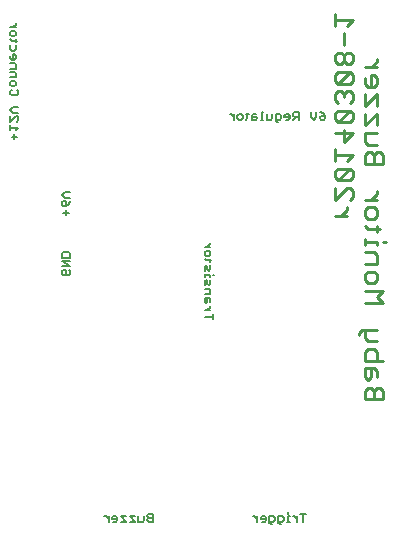
<source format=gbo>
G75*
G70*
%OFA0B0*%
%FSLAX24Y24*%
%IPPOS*%
%LPD*%
%AMOC8*
5,1,8,0,0,1.08239X$1,22.5*
%
%ADD10C,0.0110*%
%ADD11C,0.0050*%
D10*
X011855Y011572D02*
X012249Y011572D01*
X012052Y011572D02*
X012249Y011769D01*
X012249Y011868D01*
X012347Y012109D02*
X012446Y012208D01*
X012446Y012405D01*
X012347Y012503D01*
X012249Y012503D01*
X011855Y012109D01*
X011855Y012503D01*
X011953Y012754D02*
X012347Y013148D01*
X011953Y013148D01*
X011855Y013049D01*
X011855Y012852D01*
X011953Y012754D01*
X012347Y012754D01*
X012446Y012852D01*
X012446Y013049D01*
X012347Y013148D01*
X012249Y013399D02*
X012446Y013595D01*
X011855Y013595D01*
X011855Y013399D02*
X011855Y013792D01*
X012150Y014043D02*
X012150Y014437D01*
X011953Y014688D02*
X012347Y015081D01*
X011953Y015081D01*
X011855Y014983D01*
X011855Y014786D01*
X011953Y014688D01*
X012347Y014688D01*
X012446Y014786D01*
X012446Y014983D01*
X012347Y015081D01*
X012347Y015332D02*
X012446Y015431D01*
X012446Y015627D01*
X012347Y015726D01*
X012249Y015726D01*
X012150Y015627D01*
X012052Y015726D01*
X011953Y015726D01*
X011855Y015627D01*
X011855Y015431D01*
X011953Y015332D01*
X012150Y015529D02*
X012150Y015627D01*
X011953Y015977D02*
X011855Y016075D01*
X011855Y016272D01*
X011953Y016370D01*
X012347Y016370D01*
X011953Y015977D01*
X012347Y015977D01*
X012446Y016075D01*
X012446Y016272D01*
X012347Y016370D01*
X012347Y016621D02*
X012249Y016621D01*
X012150Y016720D01*
X012150Y016917D01*
X012052Y017015D01*
X011953Y017015D01*
X011855Y016917D01*
X011855Y016720D01*
X011953Y016621D01*
X012052Y016621D01*
X012150Y016720D01*
X012150Y016917D02*
X012249Y017015D01*
X012347Y017015D01*
X012446Y016917D01*
X012446Y016720D01*
X012347Y016621D01*
X012150Y017266D02*
X012150Y017660D01*
X012249Y017910D02*
X012446Y018107D01*
X011855Y018107D01*
X011855Y017910D02*
X011855Y018304D01*
X012855Y016518D02*
X013249Y016518D01*
X013249Y016715D02*
X013249Y016813D01*
X013249Y016715D02*
X013052Y016518D01*
X013052Y016267D02*
X013052Y015873D01*
X013150Y015873D02*
X012953Y015873D01*
X012855Y015972D01*
X012855Y016169D01*
X013052Y016267D02*
X013150Y016267D01*
X013249Y016169D01*
X013249Y015972D01*
X013150Y015873D01*
X013249Y015622D02*
X012855Y015229D01*
X012855Y015622D01*
X013249Y015622D02*
X013249Y015229D01*
X013249Y014978D02*
X012855Y014584D01*
X012855Y014978D01*
X013249Y014978D02*
X013249Y014584D01*
X013249Y014333D02*
X012855Y014333D01*
X012855Y014038D01*
X012953Y013940D01*
X013249Y013940D01*
X013249Y013689D02*
X013150Y013590D01*
X013150Y013295D01*
X013150Y013590D02*
X013052Y013689D01*
X012953Y013689D01*
X012855Y013590D01*
X012855Y013295D01*
X013446Y013295D01*
X013446Y013590D01*
X013347Y013689D01*
X013249Y013689D01*
X012446Y014338D02*
X012150Y014043D01*
X011855Y014338D02*
X012446Y014338D01*
X013249Y012409D02*
X013249Y012310D01*
X013052Y012113D01*
X012855Y012113D02*
X013249Y012113D01*
X013150Y011863D02*
X013249Y011764D01*
X013249Y011567D01*
X013150Y011469D01*
X012953Y011469D01*
X012855Y011567D01*
X012855Y011764D01*
X012953Y011863D01*
X013150Y011863D01*
X013249Y011236D02*
X013249Y011039D01*
X013347Y011138D02*
X012953Y011138D01*
X012855Y011236D01*
X012855Y010806D02*
X012855Y010609D01*
X012855Y010708D02*
X013249Y010708D01*
X013249Y010609D01*
X013446Y010708D02*
X013544Y010708D01*
X013150Y010359D02*
X013249Y010260D01*
X013249Y009965D01*
X012855Y009965D01*
X012855Y010359D02*
X013150Y010359D01*
X013150Y009714D02*
X012953Y009714D01*
X012855Y009616D01*
X012855Y009419D01*
X012953Y009320D01*
X013150Y009320D01*
X013249Y009419D01*
X013249Y009616D01*
X013150Y009714D01*
X013446Y009070D02*
X012855Y009070D01*
X012855Y008676D02*
X013446Y008676D01*
X013249Y008873D01*
X013446Y009070D01*
X013249Y007780D02*
X012757Y007780D01*
X012658Y007682D01*
X012658Y007584D01*
X012855Y007485D02*
X012855Y007780D01*
X012855Y007485D02*
X012953Y007387D01*
X013249Y007387D01*
X013150Y007136D02*
X013249Y007037D01*
X013249Y006742D01*
X013446Y006742D02*
X012855Y006742D01*
X012855Y007037D01*
X012953Y007136D01*
X013150Y007136D01*
X013150Y006491D02*
X012855Y006491D01*
X012855Y006196D01*
X012953Y006098D01*
X013052Y006196D01*
X013052Y006491D01*
X013150Y006491D02*
X013249Y006393D01*
X013249Y006196D01*
X013249Y005847D02*
X013150Y005748D01*
X013150Y005453D01*
X013150Y005748D02*
X013052Y005847D01*
X012953Y005847D01*
X012855Y005748D01*
X012855Y005453D01*
X013446Y005453D01*
X013446Y005748D01*
X013347Y005847D01*
X013249Y005847D01*
D11*
X004212Y001555D02*
X004167Y001555D01*
X004212Y001555D02*
X004302Y001465D01*
X004302Y001375D02*
X004302Y001555D01*
X004416Y001510D02*
X004416Y001465D01*
X004596Y001465D01*
X004596Y001420D02*
X004596Y001510D01*
X004551Y001555D01*
X004461Y001555D01*
X004416Y001510D01*
X004461Y001375D02*
X004551Y001375D01*
X004596Y001420D01*
X004711Y001375D02*
X004891Y001375D01*
X004711Y001555D01*
X004891Y001555D01*
X005006Y001555D02*
X005186Y001375D01*
X005006Y001375D01*
X005006Y001555D02*
X005186Y001555D01*
X005300Y001555D02*
X005300Y001375D01*
X005435Y001375D01*
X005480Y001420D01*
X005480Y001555D01*
X005595Y001555D02*
X005640Y001510D01*
X005775Y001510D01*
X005775Y001375D02*
X005775Y001645D01*
X005640Y001645D01*
X005595Y001600D01*
X005595Y001555D01*
X005640Y001510D02*
X005595Y001465D01*
X005595Y001420D01*
X005640Y001375D01*
X005775Y001375D01*
X009119Y001555D02*
X009164Y001555D01*
X009254Y001465D01*
X009254Y001375D02*
X009254Y001555D01*
X009369Y001510D02*
X009369Y001465D01*
X009549Y001465D01*
X009549Y001420D02*
X009549Y001510D01*
X009504Y001555D01*
X009414Y001555D01*
X009369Y001510D01*
X009414Y001375D02*
X009504Y001375D01*
X009549Y001420D01*
X009664Y001375D02*
X009799Y001375D01*
X009844Y001420D01*
X009844Y001510D01*
X009799Y001555D01*
X009664Y001555D01*
X009664Y001330D01*
X009709Y001285D01*
X009754Y001285D01*
X009958Y001330D02*
X009958Y001555D01*
X010093Y001555D01*
X010138Y001510D01*
X010138Y001420D01*
X010093Y001375D01*
X009958Y001375D01*
X009958Y001330D02*
X010003Y001285D01*
X010048Y001285D01*
X010245Y001375D02*
X010335Y001375D01*
X010290Y001375D02*
X010290Y001555D01*
X010335Y001555D01*
X010290Y001645D02*
X010290Y001690D01*
X010445Y001555D02*
X010490Y001555D01*
X010580Y001465D01*
X010580Y001375D02*
X010580Y001555D01*
X010695Y001645D02*
X010875Y001645D01*
X010785Y001645D02*
X010785Y001375D01*
X007775Y008123D02*
X007775Y008303D01*
X007775Y008213D02*
X007505Y008213D01*
X007505Y008418D02*
X007685Y008418D01*
X007685Y008508D02*
X007685Y008553D01*
X007685Y008508D02*
X007595Y008418D01*
X007550Y008663D02*
X007595Y008708D01*
X007595Y008843D01*
X007640Y008843D02*
X007505Y008843D01*
X007505Y008708D01*
X007550Y008663D01*
X007685Y008708D02*
X007685Y008798D01*
X007640Y008843D01*
X007685Y008958D02*
X007505Y008958D01*
X007505Y009138D02*
X007640Y009138D01*
X007685Y009093D01*
X007685Y008958D01*
X007640Y009253D02*
X007685Y009298D01*
X007685Y009433D01*
X007595Y009388D02*
X007595Y009298D01*
X007640Y009253D01*
X007505Y009253D02*
X007505Y009388D01*
X007550Y009433D01*
X007595Y009388D01*
X007505Y009547D02*
X007505Y009637D01*
X007505Y009592D02*
X007685Y009592D01*
X007685Y009547D01*
X007775Y009592D02*
X007820Y009592D01*
X007640Y009744D02*
X007685Y009789D01*
X007685Y009924D01*
X007595Y009879D02*
X007595Y009789D01*
X007640Y009744D01*
X007505Y009744D02*
X007505Y009879D01*
X007550Y009924D01*
X007595Y009879D01*
X007685Y010038D02*
X007685Y010128D01*
X007730Y010083D02*
X007550Y010083D01*
X007505Y010128D01*
X007550Y010235D02*
X007505Y010280D01*
X007505Y010370D01*
X007550Y010415D01*
X007640Y010415D01*
X007685Y010370D01*
X007685Y010280D01*
X007640Y010235D01*
X007550Y010235D01*
X007505Y010529D02*
X007685Y010529D01*
X007595Y010529D02*
X007685Y010620D01*
X007685Y010665D01*
X009917Y014685D02*
X009872Y014730D01*
X009872Y014955D01*
X010007Y014955D01*
X010052Y014910D01*
X010052Y014820D01*
X010007Y014775D01*
X009872Y014775D01*
X009917Y014685D02*
X009962Y014685D01*
X010211Y014775D02*
X010301Y014775D01*
X010346Y014820D01*
X010346Y014910D01*
X010301Y014955D01*
X010211Y014955D01*
X010166Y014910D01*
X010166Y014865D01*
X010346Y014865D01*
X010461Y014910D02*
X010461Y015000D01*
X010506Y015045D01*
X010641Y015045D01*
X010641Y014775D01*
X010641Y014865D02*
X010506Y014865D01*
X010461Y014910D01*
X010551Y014865D02*
X010461Y014775D01*
X011050Y014865D02*
X011050Y015045D01*
X011050Y014865D02*
X011140Y014775D01*
X011230Y014865D01*
X011230Y015045D01*
X011345Y015045D02*
X011435Y015000D01*
X011525Y014910D01*
X011390Y014910D01*
X011345Y014865D01*
X011345Y014820D01*
X011390Y014775D01*
X011480Y014775D01*
X011525Y014820D01*
X011525Y014910D01*
X009757Y014955D02*
X009757Y014820D01*
X009712Y014775D01*
X009577Y014775D01*
X009577Y014955D01*
X009462Y015045D02*
X009417Y015045D01*
X009417Y014775D01*
X009462Y014775D02*
X009372Y014775D01*
X009266Y014820D02*
X009221Y014865D01*
X009086Y014865D01*
X009086Y014910D02*
X009086Y014775D01*
X009221Y014775D01*
X009266Y014820D01*
X009221Y014955D02*
X009131Y014955D01*
X009086Y014910D01*
X008971Y014955D02*
X008881Y014955D01*
X008926Y015000D02*
X008926Y014820D01*
X008881Y014775D01*
X008775Y014820D02*
X008730Y014775D01*
X008640Y014775D01*
X008595Y014820D01*
X008595Y014910D01*
X008640Y014955D01*
X008730Y014955D01*
X008775Y014910D01*
X008775Y014820D01*
X008480Y014775D02*
X008480Y014955D01*
X008480Y014865D02*
X008390Y014955D01*
X008345Y014955D01*
X003025Y012361D02*
X002845Y012361D01*
X002755Y012270D01*
X002845Y012180D01*
X003025Y012180D01*
X003025Y012066D02*
X002980Y011976D01*
X002890Y011886D01*
X002890Y012021D01*
X002845Y012066D01*
X002800Y012066D01*
X002755Y012021D01*
X002755Y011931D01*
X002800Y011886D01*
X002890Y011886D01*
X002890Y011771D02*
X002890Y011591D01*
X002980Y011681D02*
X002800Y011681D01*
X002800Y010361D02*
X002980Y010361D01*
X003025Y010315D01*
X003025Y010180D01*
X002755Y010180D01*
X002755Y010315D01*
X002800Y010361D01*
X002755Y010066D02*
X003025Y010066D01*
X003025Y009886D02*
X002755Y010066D01*
X002755Y009886D02*
X003025Y009886D01*
X002980Y009771D02*
X003025Y009726D01*
X003025Y009636D01*
X002980Y009591D01*
X002800Y009591D01*
X002755Y009636D01*
X002755Y009726D01*
X002800Y009771D01*
X002890Y009771D01*
X002890Y009681D01*
X001160Y014125D02*
X001160Y014305D01*
X001205Y014420D02*
X001295Y014510D01*
X001025Y014510D01*
X001025Y014420D02*
X001025Y014600D01*
X001025Y014714D02*
X001205Y014894D01*
X001250Y014894D01*
X001295Y014849D01*
X001295Y014759D01*
X001250Y014714D01*
X001025Y014714D02*
X001025Y014894D01*
X001115Y015009D02*
X001025Y015099D01*
X001115Y015189D01*
X001295Y015189D01*
X001295Y015009D02*
X001115Y015009D01*
X001070Y015598D02*
X001025Y015643D01*
X001025Y015733D01*
X001070Y015778D01*
X001070Y015893D02*
X001025Y015938D01*
X001025Y016028D01*
X001070Y016073D01*
X001160Y016073D01*
X001205Y016028D01*
X001205Y015938D01*
X001160Y015893D01*
X001070Y015893D01*
X001250Y015778D02*
X001295Y015733D01*
X001295Y015643D01*
X001250Y015598D01*
X001070Y015598D01*
X001025Y016188D02*
X001205Y016188D01*
X001205Y016323D01*
X001160Y016368D01*
X001025Y016368D01*
X001025Y016482D02*
X001205Y016482D01*
X001205Y016617D01*
X001160Y016662D01*
X001025Y016662D01*
X001070Y016777D02*
X001160Y016777D01*
X001205Y016822D01*
X001205Y016912D01*
X001160Y016957D01*
X001115Y016957D01*
X001115Y016777D01*
X001070Y016777D02*
X001025Y016822D01*
X001025Y016912D01*
X001070Y017072D02*
X001025Y017117D01*
X001025Y017252D01*
X001070Y017411D02*
X001025Y017456D01*
X001070Y017411D02*
X001250Y017411D01*
X001205Y017366D02*
X001205Y017456D01*
X001160Y017563D02*
X001070Y017563D01*
X001025Y017608D01*
X001025Y017698D01*
X001070Y017743D01*
X001160Y017743D01*
X001205Y017698D01*
X001205Y017608D01*
X001160Y017563D01*
X001205Y017252D02*
X001205Y017117D01*
X001160Y017072D01*
X001070Y017072D01*
X001025Y017857D02*
X001205Y017857D01*
X001115Y017857D02*
X001205Y017947D01*
X001205Y017992D01*
X001250Y014215D02*
X001070Y014215D01*
M02*

</source>
